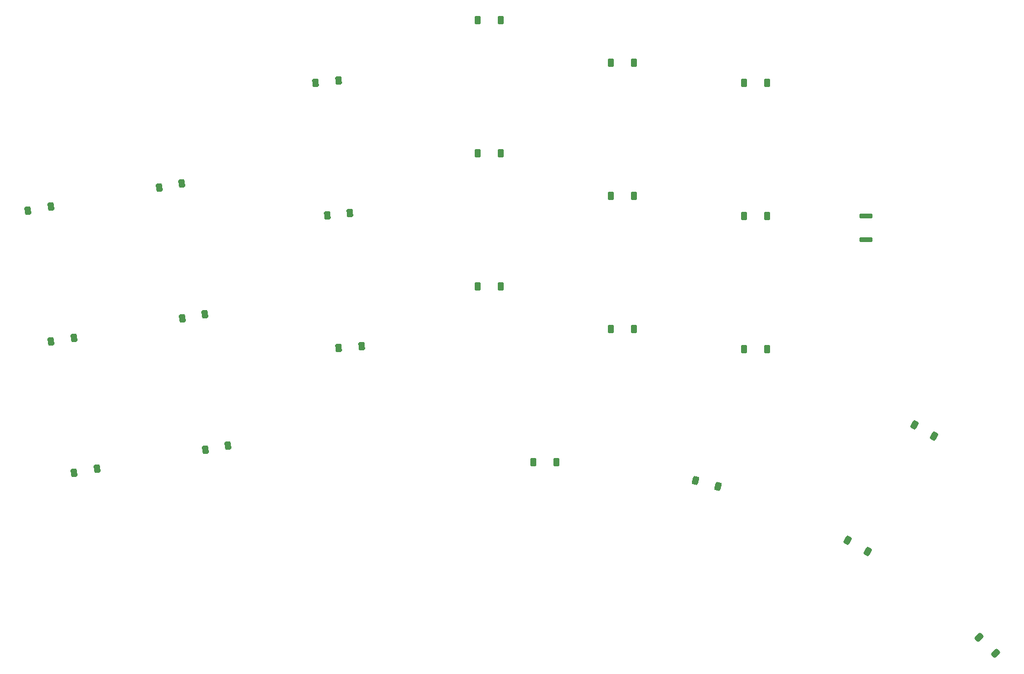
<source format=gbr>
%TF.GenerationSoftware,KiCad,Pcbnew,8.0.6*%
%TF.CreationDate,2025-05-26T15:16:57+09:00*%
%TF.ProjectId,hillside_speedrun,68696c6c-7369-4646-955f-737065656472,rev?*%
%TF.SameCoordinates,Original*%
%TF.FileFunction,Paste,Bot*%
%TF.FilePolarity,Positive*%
%FSLAX46Y46*%
G04 Gerber Fmt 4.6, Leading zero omitted, Abs format (unit mm)*
G04 Created by KiCad (PCBNEW 8.0.6) date 2025-05-26 15:16:57*
%MOMM*%
%LPD*%
G01*
G04 APERTURE LIST*
G04 Aperture macros list*
%AMRoundRect*
0 Rectangle with rounded corners*
0 $1 Rounding radius*
0 $2 $3 $4 $5 $6 $7 $8 $9 X,Y pos of 4 corners*
0 Add a 4 corners polygon primitive as box body*
4,1,4,$2,$3,$4,$5,$6,$7,$8,$9,$2,$3,0*
0 Add four circle primitives for the rounded corners*
1,1,$1+$1,$2,$3*
1,1,$1+$1,$4,$5*
1,1,$1+$1,$6,$7*
1,1,$1+$1,$8,$9*
0 Add four rect primitives between the rounded corners*
20,1,$1+$1,$2,$3,$4,$5,0*
20,1,$1+$1,$4,$5,$6,$7,0*
20,1,$1+$1,$6,$7,$8,$9,0*
20,1,$1+$1,$8,$9,$2,$3,0*%
G04 Aperture macros list end*
%ADD10RoundRect,0.225000X0.191460X0.393183X-0.256827X0.353963X-0.191460X-0.393183X0.256827X-0.353963X0*%
%ADD11RoundRect,0.225000X0.156464X0.408374X-0.286700X0.330232X-0.156464X-0.408374X0.286700X-0.330232X0*%
%ADD12RoundRect,0.225000X0.424264X0.106066X0.106066X0.424264X-0.424264X-0.106066X-0.106066X-0.424264X0*%
%ADD13RoundRect,0.225000X0.382356X0.212260X-0.007356X0.437260X-0.382356X-0.212260X0.007356X-0.437260X0*%
%ADD14RoundRect,0.225000X0.314390X0.303988X-0.120276X0.420456X-0.314390X-0.303988X0.120276X-0.420456X0*%
%ADD15RoundRect,0.225000X0.225000X0.375000X-0.225000X0.375000X-0.225000X-0.375000X0.225000X-0.375000X0*%
%ADD16RoundRect,0.170000X-0.780000X0.170000X-0.780000X-0.170000X0.780000X-0.170000X0.780000X0.170000X0*%
G04 APERTURE END LIST*
D10*
%TO.C,SW21*%
X70429574Y-39116224D03*
X73718012Y-38828523D03*
%TD*%
D11*
%TO.C,SW16*%
X48070234Y-54091392D03*
X51321085Y-53518179D03*
%TD*%
%TO.C,SW15*%
X29309647Y-57399390D03*
X32560498Y-56826177D03*
%TD*%
D10*
%TO.C,SW23*%
X73750208Y-77071242D03*
X77038646Y-76783541D03*
%TD*%
%TO.C,SW22*%
X72089891Y-58093733D03*
X75378329Y-57806032D03*
%TD*%
D11*
%TO.C,SW20*%
X54686230Y-91612567D03*
X57937081Y-91039354D03*
%TD*%
%TO.C,SW19*%
X35925642Y-94920565D03*
X39176493Y-94347352D03*
%TD*%
%TO.C,SW18*%
X51378232Y-72851980D03*
X54629083Y-72278767D03*
%TD*%
%TO.C,SW17*%
X32617644Y-76159978D03*
X35868495Y-75586765D03*
%TD*%
D12*
%TO.C,SW14*%
X165359017Y-118438531D03*
X167693176Y-120772690D03*
%TD*%
D13*
%TO.C,SW13*%
X146564058Y-104559583D03*
X149422808Y-106210083D03*
%TD*%
%TO.C,SW12*%
X156089058Y-88061799D03*
X158947808Y-89712299D03*
%TD*%
D14*
%TO.C,SW11*%
X124817386Y-96018042D03*
X128005907Y-96872404D03*
%TD*%
D15*
%TO.C,SW10*%
X101601000Y-93396000D03*
X104902000Y-93396000D03*
%TD*%
%TO.C,SW9*%
X131700000Y-77203500D03*
X135001000Y-77203500D03*
%TD*%
%TO.C,SW8*%
X112650000Y-74346000D03*
X115951000Y-74346000D03*
%TD*%
%TO.C,SW7*%
X93600000Y-68250000D03*
X96901000Y-68250000D03*
%TD*%
%TO.C,SW6*%
X131700000Y-58153500D03*
X135001000Y-58153500D03*
%TD*%
%TO.C,SW5*%
X112650000Y-55296000D03*
X115951000Y-55296000D03*
%TD*%
%TO.C,SW4*%
X93600000Y-49200000D03*
X96901000Y-49200000D03*
%TD*%
%TO.C,SW3*%
X131700000Y-39103500D03*
X135001000Y-39103500D03*
%TD*%
%TO.C,SW2*%
X112650000Y-36246000D03*
X115951000Y-36246000D03*
%TD*%
%TO.C,SW1*%
X93600000Y-30150000D03*
X96901000Y-30150000D03*
%TD*%
D16*
%TO.C,MSW1*%
X149168000Y-58205350D03*
X149168000Y-61605350D03*
%TD*%
M02*

</source>
